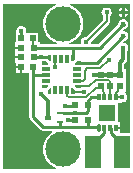
<source format=gtl>
G04*
G04 #@! TF.GenerationSoftware,Altium Limited,Altium Designer,20.0.11 (256)*
G04*
G04 Layer_Physical_Order=1*
G04 Layer_Color=1611583*
%FSLAX44Y44*%
%MOMM*%
G71*
G01*
G75*
%ADD10C,0.2000*%
%ADD11C,0.2500*%
%ADD19C,0.1000*%
%ADD29R,1.4600X1.4600*%
G04:AMPARAMS|DCode=30|XSize=0.6mm|YSize=0.3mm|CornerRadius=0.075mm|HoleSize=0mm|Usage=FLASHONLY|Rotation=90.000|XOffset=0mm|YOffset=0mm|HoleType=Round|Shape=RoundedRectangle|*
%AMROUNDEDRECTD30*
21,1,0.6000,0.1500,0,0,90.0*
21,1,0.4500,0.3000,0,0,90.0*
1,1,0.1500,0.0750,0.2250*
1,1,0.1500,0.0750,-0.2250*
1,1,0.1500,-0.0750,-0.2250*
1,1,0.1500,-0.0750,0.2250*
%
%ADD30ROUNDEDRECTD30*%
%ADD31R,0.3000X0.6000*%
%ADD32R,0.5000X0.6000*%
%ADD33R,0.3000X0.7000*%
%ADD34R,0.7000X0.3000*%
%ADD35R,0.6000X0.5000*%
%ADD36R,0.6000X0.5000*%
%ADD37R,1.4000X2.8000*%
%ADD38R,0.5200X0.3600*%
%ADD39R,0.5200X0.2700*%
%ADD40C,0.3000*%
%ADD41C,0.2800*%
%ADD42C,0.4500*%
%ADD43C,3.0000*%
G36*
X47463Y141492D02*
X46778Y141234D01*
X45764Y140775D01*
X44783Y140250D01*
X43837Y139663D01*
X42933Y139014D01*
X42072Y138308D01*
X41260Y137547D01*
X40499Y136735D01*
X39793Y135875D01*
X39144Y134970D01*
X38557Y134025D01*
X38032Y133043D01*
X37573Y132029D01*
X37181Y130987D01*
X36858Y129922D01*
X36605Y128838D01*
X36423Y127740D01*
X36314Y126632D01*
X36278Y125520D01*
X36314Y124408D01*
X36423Y123300D01*
X36605Y122202D01*
X36858Y121118D01*
X37181Y120053D01*
X37573Y119011D01*
X38032Y117997D01*
X38557Y117015D01*
X39144Y116070D01*
X39793Y115166D01*
X40499Y114305D01*
X41260Y113493D01*
X42072Y112732D01*
X42933Y112026D01*
X43837Y111377D01*
X44783Y110790D01*
X45764Y110265D01*
X46778Y109806D01*
X47820Y109414D01*
X48050Y109344D01*
X47902Y108343D01*
X33294D01*
Y109587D01*
X32205D01*
Y117891D01*
X23206D01*
X23205Y117891D01*
X22206Y117891D01*
X21986Y118891D01*
X22009Y119250D01*
X21973Y119806D01*
X21864Y120352D01*
X21685Y120880D01*
X21439Y121379D01*
X21129Y121843D01*
X20762Y122262D01*
X20343Y122629D01*
X19879Y122938D01*
X19380Y123185D01*
X18852Y123364D01*
X18306Y123473D01*
X17750Y123509D01*
X17194Y123473D01*
X16648Y123364D01*
X16120Y123185D01*
X15620Y122938D01*
X15157Y122629D01*
X14738Y122262D01*
X14371Y121843D01*
X14061Y121379D01*
X13815Y120880D01*
X13636Y120352D01*
X13527Y119806D01*
X13491Y119250D01*
X13514Y118891D01*
X13206Y117891D01*
X13206D01*
Y109586D01*
X12295D01*
Y106086D01*
X17295D01*
Y104086D01*
X12295D01*
Y101530D01*
X12212D01*
Y98030D01*
X17212D01*
Y96030D01*
X12212D01*
Y92530D01*
X13192D01*
Y89974D01*
X17692D01*
Y88975D01*
X18692D01*
Y83975D01*
X22192D01*
X22192Y83975D01*
X23191D01*
X23192Y83975D01*
X24434D01*
Y82250D01*
Y46809D01*
X24462Y46383D01*
X24546Y45965D01*
X24683Y45562D01*
X24871Y45180D01*
X25108Y44826D01*
X25389Y44505D01*
X34197Y35697D01*
X34517Y35416D01*
X34871Y35179D01*
X35254Y34991D01*
X35657Y34854D01*
X36075Y34771D01*
X36500Y34743D01*
X43681D01*
X43967Y33743D01*
X43837Y33663D01*
X42933Y33014D01*
X42072Y32308D01*
X41260Y31547D01*
X40499Y30735D01*
X39793Y29874D01*
X39144Y28970D01*
X38557Y28025D01*
X38032Y27043D01*
X37573Y26029D01*
X37181Y24987D01*
X36858Y23922D01*
X36605Y22838D01*
X36423Y21740D01*
X36314Y20633D01*
X36278Y19520D01*
X36314Y18408D01*
X36423Y17300D01*
X36605Y16202D01*
X36858Y15118D01*
X37181Y14053D01*
X37573Y13011D01*
X38032Y11997D01*
X38557Y11015D01*
X39144Y10070D01*
X39793Y9165D01*
X40499Y8305D01*
X41260Y7493D01*
X42072Y6732D01*
X42933Y6026D01*
X43837Y5378D01*
X44783Y4790D01*
X45764Y4265D01*
X46778Y3806D01*
X47569Y3508D01*
X47388Y2508D01*
X2508D01*
Y142492D01*
X47281D01*
X47463Y141492D01*
D02*
G37*
G36*
X63229Y95308D02*
X61729Y93808D01*
X60229Y93808D01*
Y98808D01*
X63229D01*
X63229Y95308D01*
D02*
G37*
G36*
X43228Y98808D02*
Y93808D01*
X41727Y93808D01*
X40228Y95308D01*
X40228Y98808D01*
X43228Y98808D01*
D02*
G37*
G36*
X68228Y93808D02*
Y90808D01*
X63228D01*
X63228Y92310D01*
X64728Y93809D01*
X68228Y93808D01*
D02*
G37*
G36*
X40229Y92310D02*
X40229Y90808D01*
X35229D01*
Y93808D01*
X38729Y93809D01*
X40229Y92310D01*
D02*
G37*
G36*
X68228Y70809D02*
X64728Y70809D01*
X63228Y72308D01*
X63228Y73809D01*
X68228D01*
Y70809D01*
D02*
G37*
G36*
X40229Y72308D02*
X38729Y70809D01*
X35229Y70809D01*
Y73809D01*
X40229D01*
X40229Y72308D01*
D02*
G37*
G36*
X43228Y70808D02*
Y65808D01*
X40228Y65809D01*
X40228Y69309D01*
X41727Y70809D01*
X43228Y70808D01*
D02*
G37*
G36*
X63229Y69309D02*
X63228Y65809D01*
X60229Y65808D01*
Y70808D01*
X61729Y70809D01*
X63229Y69309D01*
D02*
G37*
G36*
X109992Y32781D02*
X101783D01*
Y35943D01*
X98283D01*
Y37943D01*
X101783D01*
Y41943D01*
X100083D01*
Y57943D01*
X101783D01*
Y58039D01*
X101978Y58307D01*
X102783Y58809D01*
X102944Y58777D01*
X103500Y58741D01*
X104056Y58777D01*
X104602Y58886D01*
X105130Y59065D01*
X105630Y59311D01*
X106093Y59621D01*
X106512Y59988D01*
X106879Y60407D01*
X107189Y60870D01*
X107435Y61370D01*
X107614Y61898D01*
X107723Y62444D01*
X107759Y63000D01*
X107723Y63556D01*
X107614Y64102D01*
X107435Y64630D01*
X107189Y65130D01*
X106879Y65593D01*
X106512Y66012D01*
X106093Y66379D01*
X105809Y67495D01*
X105853Y67693D01*
X105977Y67857D01*
X106279D01*
Y76856D01*
X106279D01*
Y77856D01*
X106279D01*
Y86856D01*
X104787D01*
Y90719D01*
X106730Y92663D01*
X107033Y93008D01*
X107288Y93389D01*
X107491Y93800D01*
X107638Y94235D01*
X107727Y94685D01*
X107758Y95143D01*
Y102600D01*
X107938Y102871D01*
X108185Y103370D01*
X108364Y103898D01*
X108473Y104444D01*
X108509Y105000D01*
X108473Y105556D01*
X108364Y106102D01*
X108185Y106630D01*
X107938Y107129D01*
X107629Y107593D01*
X107262Y108012D01*
X106843Y108379D01*
X106379Y108688D01*
X105880Y108935D01*
X105352Y109114D01*
X104806Y109223D01*
X104752Y109226D01*
X104309Y110149D01*
X104806Y110777D01*
X105352Y110886D01*
X105880Y111065D01*
X106379Y111312D01*
X106843Y111621D01*
X107262Y111988D01*
X107629Y112407D01*
X107938Y112871D01*
X108185Y113370D01*
X108364Y113898D01*
X108473Y114444D01*
X108509Y115000D01*
X108473Y115556D01*
X108364Y116102D01*
X108185Y116630D01*
X107938Y117129D01*
X107629Y117593D01*
X107262Y118012D01*
X106843Y118379D01*
X106379Y118688D01*
X105880Y118935D01*
X105352Y119114D01*
X104806Y119223D01*
X104752Y119226D01*
X104309Y120149D01*
X104806Y120777D01*
X105352Y120886D01*
X105880Y121065D01*
X106379Y121312D01*
X106843Y121621D01*
X107262Y121988D01*
X107629Y122407D01*
X107938Y122871D01*
X108185Y123370D01*
X108364Y123898D01*
X108473Y124444D01*
X108509Y125000D01*
X108473Y125556D01*
X108364Y126102D01*
X108185Y126630D01*
X107938Y127129D01*
X107629Y127593D01*
X107262Y128012D01*
X106843Y128379D01*
X106379Y128688D01*
X105880Y128935D01*
X105352Y129114D01*
X104806Y129223D01*
X104250Y129259D01*
X103694Y129223D01*
X103148Y129114D01*
X102620Y128935D01*
X102120Y128688D01*
X101657Y128379D01*
X101238Y128012D01*
X100871Y127593D01*
X100562Y127129D01*
X100315Y126630D01*
X100136Y126102D01*
X100027Y125556D01*
X100015Y125371D01*
X82987Y108343D01*
X77482D01*
X77264Y108483D01*
X76703Y109344D01*
X76723Y109444D01*
X76759Y110000D01*
X76759Y110003D01*
X92128Y125372D01*
X92435Y125731D01*
X92681Y126134D01*
X92862Y126570D01*
X92972Y127029D01*
X93009Y127500D01*
Y131986D01*
X93012Y131988D01*
X93379Y132407D01*
X93688Y132871D01*
X93935Y133370D01*
X94114Y133898D01*
X94223Y134444D01*
X94259Y135000D01*
X94223Y135556D01*
X94114Y136102D01*
X93935Y136630D01*
X93688Y137129D01*
X93379Y137593D01*
X93012Y138012D01*
X92593Y138379D01*
X92130Y138688D01*
X91630Y138935D01*
X91102Y139114D01*
X90556Y139223D01*
X90000Y139259D01*
X89444Y139223D01*
X88898Y139114D01*
X88370Y138935D01*
X87870Y138688D01*
X87407Y138379D01*
X86988Y138012D01*
X86621Y137593D01*
X86312Y137129D01*
X86065Y136630D01*
X85886Y136102D01*
X85777Y135556D01*
X85741Y135000D01*
X85777Y134444D01*
X85886Y133898D01*
X86065Y133370D01*
X86312Y132871D01*
X86621Y132407D01*
X86988Y131988D01*
X86991Y131986D01*
Y128747D01*
X72503Y114259D01*
X72500Y114259D01*
X71944Y114223D01*
X71398Y114114D01*
X70870Y113935D01*
X70370Y113688D01*
X69907Y113379D01*
X69488Y113012D01*
X69121Y112593D01*
X68811Y112130D01*
X68565Y111630D01*
X68386Y111102D01*
X68277Y110556D01*
X68241Y110000D01*
X68277Y109444D01*
X68297Y109344D01*
X67736Y108483D01*
X67518Y108343D01*
X58672D01*
X58524Y109344D01*
X58754Y109414D01*
X59796Y109806D01*
X60810Y110265D01*
X61792Y110790D01*
X62737Y111377D01*
X63642Y112026D01*
X64502Y112732D01*
X65314Y113493D01*
X66075Y114305D01*
X66781Y115166D01*
X67430Y116070D01*
X68017Y117015D01*
X68542Y117997D01*
X69001Y119011D01*
X69394Y120053D01*
X69717Y121118D01*
X69969Y122202D01*
X70151Y123300D01*
X70260Y124408D01*
X70296Y125520D01*
X70260Y126632D01*
X70151Y127740D01*
X69969Y128838D01*
X69717Y129922D01*
X69394Y130987D01*
X69001Y132029D01*
X68542Y133043D01*
X68017Y134025D01*
X67430Y134970D01*
X66781Y135875D01*
X66075Y136735D01*
X65314Y137547D01*
X64502Y138308D01*
X63642Y139014D01*
X62737Y139663D01*
X61792Y140250D01*
X60810Y140775D01*
X59796Y141234D01*
X59111Y141492D01*
X59293Y142492D01*
X109992D01*
Y32781D01*
D02*
G37*
%LPC*%
G36*
X16692Y87975D02*
X13192D01*
Y83975D01*
X16692D01*
Y87975D01*
D02*
G37*
G36*
X105250Y139134D02*
Y136000D01*
X108384D01*
X108364Y136102D01*
X108185Y136630D01*
X107938Y137129D01*
X107629Y137593D01*
X107262Y138012D01*
X106843Y138379D01*
X106379Y138688D01*
X105880Y138935D01*
X105352Y139114D01*
X105250Y139134D01*
D02*
G37*
G36*
X103250Y139134D02*
X103148Y139114D01*
X102620Y138935D01*
X102120Y138688D01*
X101657Y138379D01*
X101238Y138012D01*
X100871Y137593D01*
X100562Y137129D01*
X100315Y136630D01*
X100136Y136102D01*
X100116Y136000D01*
X103250D01*
Y139134D01*
D02*
G37*
G36*
X108384Y134000D02*
X105250D01*
Y130866D01*
X105352Y130886D01*
X105880Y131065D01*
X106379Y131312D01*
X106843Y131621D01*
X107262Y131988D01*
X107629Y132407D01*
X107938Y132871D01*
X108185Y133370D01*
X108364Y133898D01*
X108384Y134000D01*
D02*
G37*
G36*
X103250D02*
X100116D01*
X100136Y133898D01*
X100315Y133370D01*
X100562Y132871D01*
X100871Y132407D01*
X101238Y131988D01*
X101657Y131621D01*
X102120Y131312D01*
X102620Y131065D01*
X103148Y130886D01*
X103250Y130866D01*
Y134000D01*
D02*
G37*
%LPD*%
D10*
X84500Y87750D02*
X91750Y95000D01*
X73750Y87750D02*
X84500D01*
X71750Y78750D02*
Y85750D01*
X73750Y87750D01*
X64728Y77309D02*
X70309D01*
X71750Y78750D01*
X90000Y127500D02*
Y135000D01*
X72500Y110000D02*
X90000Y127500D01*
X27705Y105675D02*
Y112891D01*
Y105675D02*
X28294Y105087D01*
X46728Y95308D02*
X46739Y95297D01*
Y88761D02*
Y95297D01*
Y88761D02*
X46750Y88750D01*
X98283Y62943D02*
X98340Y63000D01*
X103500D01*
X65479Y72309D02*
X75590D01*
X80684Y77402D02*
X92098D01*
X75590Y72309D02*
X80684Y77402D01*
X72538Y63123D02*
X80756Y71341D01*
X57877Y63123D02*
X72538D01*
X56728Y64272D02*
X57877Y63123D01*
X80756Y71341D02*
X84262D01*
X62860Y67573D02*
X70695D01*
X62787Y67500D02*
X62860Y67573D01*
X84262Y71341D02*
X85277Y72357D01*
X61728Y68558D02*
X62787Y67500D01*
X99750Y70827D02*
X101279Y72357D01*
X98250Y67000D02*
X99750Y68500D01*
Y70827D01*
X98250Y62976D02*
Y67000D01*
Y62976D02*
X98283Y62943D01*
X93283D02*
Y72352D01*
X93278Y72357D02*
X93283Y72352D01*
X86750Y68500D02*
X88250Y67000D01*
X86750Y68500D02*
Y70884D01*
X88250Y62976D02*
Y67000D01*
X85277Y72357D02*
X86750Y70884D01*
X88250Y62976D02*
X88283Y62943D01*
X93278Y72357D02*
Y76222D01*
X92098Y77402D02*
X93278Y76222D01*
X56728Y64272D02*
Y69308D01*
D11*
X62476Y55750D02*
X63442Y56715D01*
X54750Y55750D02*
X62476D01*
X50250Y38000D02*
X74500D01*
X47000D02*
X50250D01*
X36500D02*
X47000D01*
X74500Y51606D02*
Y60206D01*
X104625Y114625D02*
X105000Y115000D01*
X81559Y92309D02*
X104250Y115000D01*
X65479Y92309D02*
X81559D01*
X104625Y124625D02*
X105000Y125000D01*
X84337Y105087D02*
X104250Y125000D01*
X61750Y105087D02*
X84337D01*
X17706Y112891D02*
X17728Y112913D01*
Y119228D01*
X17750Y119250D01*
X34457Y97281D02*
X40451D01*
X28462D02*
X34457D01*
X28294Y105087D02*
X61750D01*
X61728Y96058D02*
Y105065D01*
X61750Y105087D01*
X74500Y60206D02*
X77237Y62943D01*
X83283D01*
X63061Y49942D02*
X72835D01*
X53286D02*
X63061D01*
X63424Y43482D02*
X63442Y43464D01*
X57268Y43482D02*
X63424D01*
X57250Y43500D02*
X57268Y43482D01*
X72835Y49942D02*
X74500Y51606D01*
X27692Y82250D02*
Y88975D01*
Y46809D02*
Y82250D01*
X27750Y82309D02*
X38728D01*
X27692Y82250D02*
X27750Y82309D01*
X50536Y38286D02*
Y41941D01*
X50250Y38000D02*
X50536Y38286D01*
X74500Y38000D02*
X83033D01*
X74441Y38059D02*
Y43465D01*
Y38059D02*
X74500Y38000D01*
X83283Y36943D02*
Y37750D01*
X83033Y38000D02*
X83283Y37750D01*
X27692Y46809D02*
X36500Y38000D01*
D19*
X61728Y96058D02*
D03*
X41728D02*
D03*
X37978Y92309D02*
D03*
Y72309D02*
D03*
X41728Y68558D02*
D03*
X61728Y68558D02*
D03*
X65479Y72309D02*
D03*
X65479Y92309D02*
D03*
D29*
X90783Y49943D02*
D03*
D30*
X83283Y36943D02*
D03*
D31*
X88283D02*
D03*
X93283D02*
D03*
X98283D02*
D03*
Y62943D02*
D03*
X93283D02*
D03*
X88283D02*
D03*
X83283D02*
D03*
D32*
X27705Y112891D02*
D03*
X17706Y112891D02*
D03*
X17692Y88975D02*
D03*
X27692D02*
D03*
D33*
X56728Y95308D02*
D03*
X51728Y95308D02*
D03*
X46728D02*
D03*
X46728Y69308D02*
D03*
X51728D02*
D03*
X56728D02*
D03*
D34*
X38728Y87309D02*
D03*
Y82309D02*
D03*
Y77309D02*
D03*
X64728D02*
D03*
Y82309D02*
D03*
X64728Y87309D02*
D03*
D35*
X17295Y105085D02*
D03*
X28294Y105087D02*
D03*
X28212Y97031D02*
D03*
X17212Y97030D02*
D03*
X63442Y56715D02*
D03*
X74441Y56716D02*
D03*
X63442Y43464D02*
D03*
X74441Y43465D02*
D03*
D36*
X85277Y72357D02*
D03*
X85277Y82356D02*
D03*
X93278Y72357D02*
D03*
Y82356D02*
D03*
X101279Y72357D02*
D03*
Y82356D02*
D03*
D37*
X78808Y16781D02*
D03*
X102808Y16781D02*
D03*
D38*
X40786Y45941D02*
D03*
D39*
X50536Y49942D02*
D03*
Y41941D02*
D03*
D40*
X85277Y82356D02*
X101279D01*
X79250D02*
X85277D01*
X104250Y95143D02*
Y105000D01*
X101279Y92172D02*
X104250Y95143D01*
X40786Y45941D02*
Y59811D01*
X34516Y66082D02*
X40786Y59811D01*
X39686Y46241D02*
X39986Y45941D01*
X40786D01*
X101279Y82356D02*
Y92172D01*
D41*
X84751Y29381D02*
X88232Y32862D01*
Y36843D01*
X93383Y32862D02*
Y36843D01*
X96864Y29381D02*
X97208D01*
X93383Y32862D02*
X96864Y29381D01*
X97208D02*
X97750Y28839D01*
Y28000D02*
Y28839D01*
X93283Y36943D02*
X93383Y36843D01*
D42*
X90000Y135000D02*
D03*
X104250Y105000D02*
D03*
Y125000D02*
D03*
Y115000D02*
D03*
Y135000D02*
D03*
X22500Y137500D02*
D03*
X15000D02*
D03*
X7500D02*
D03*
X22500Y7500D02*
D03*
X15000D02*
D03*
X7500D02*
D03*
X54750Y55750D02*
D03*
X34516Y66082D02*
D03*
X17750Y119250D02*
D03*
X91750Y95000D02*
D03*
X79250Y82250D02*
D03*
X34457Y97281D02*
D03*
X72500Y110000D02*
D03*
X46750Y88750D02*
D03*
X103500Y63000D02*
D03*
X70695Y67573D02*
D03*
X57250Y43500D02*
D03*
X63061Y49942D02*
D03*
D43*
X53287Y19520D02*
D03*
Y125520D02*
D03*
M02*

</source>
